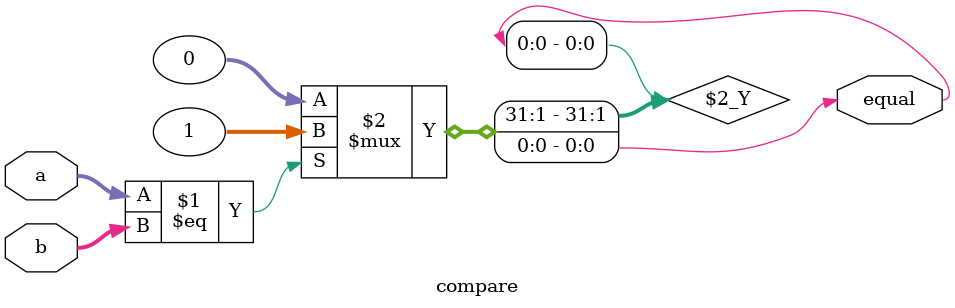
<source format=v>
module compare(
    equal,a,b
);
    output equal;
    input [1:0] a,b;
    assign equal=(a==b) ? 1:0; 
endmodule
</source>
